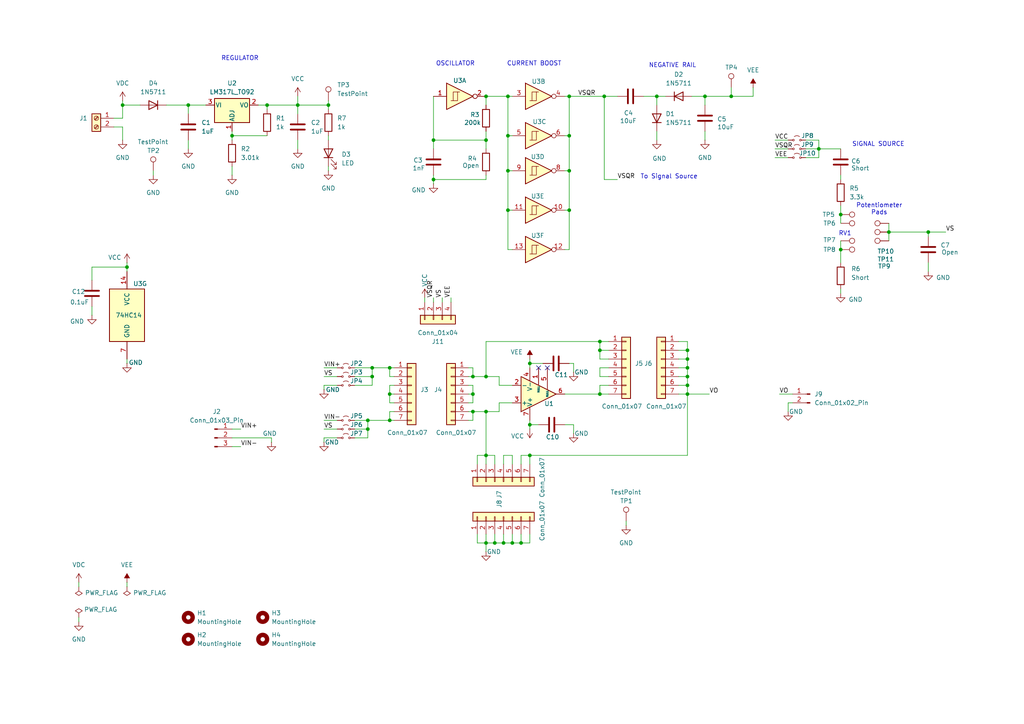
<source format=kicad_sch>
(kicad_sch (version 20250114) (generator "eeschema") (generator_version "9.0")
  (paper "A4")
  (text "OSCILLATOR" (at 132.08 18.542 0) (effects (font (size 1.27 1.27))))
  (text "To Signal Source" (at 194.056 51.308 0) (effects (font (size 1.27 1.27))))
  (text "CURRENT BOOST" (at 154.94 18.542 0) (effects (font (size 1.27 1.27))))
  (text "NEGATIVE RAIL" (at 195.072 19.05 0) (effects (font (size 1.27 1.27))))
  (text "Potentiometer\nPads" (at 255.016 60.706 0) (effects (font (size 1.27 1.27))))
  (text "REGULATOR" (at 69.596 17.018 0) (effects (font (size 1.27 1.27))))
  (text "SIGNAL SOURCE" (at 254.762 41.91 0) (effects (font (size 1.27 1.27))))
  (text "RV1" (at 245.11 67.818 0) (effects (font (size 1.27 1.27))))
  (junction (at 143.51 157.48))
  (junction (at 153.67 105.41))
  (junction (at 140.97 132.08))
  (junction (at 175.26 27.94))
  (junction (at 147.32 39.37))
  (junction (at 199.39 101.6))
  (junction (at 140.97 40.64))
  (junction (at 147.32 27.94))
  (junction (at 125.73 40.64))
  (junction (at 125.73 52.07))
  (junction (at 165.1 27.94))
  (junction (at 199.39 111.76))
  (junction (at 77.47 30.48))
  (junction (at 86.36 30.48))
  (junction (at 107.95 109.22))
  (junction (at 165.1 39.37))
  (junction (at 165.1 60.96))
  (junction (at 113.03 114.3))
  (junction (at 199.39 106.68))
  (junction (at 257.81 67.31))
  (junction (at 95.25 30.48))
  (junction (at 140.97 27.94))
  (junction (at 140.97 109.22))
  (junction (at 107.95 106.68))
  (junction (at 173.99 101.6))
  (junction (at 212.09 27.94))
  (junction (at 173.99 114.3))
  (junction (at 67.31 39.37))
  (junction (at 140.97 119.38))
  (junction (at 137.16 114.3))
  (junction (at 190.5 27.94))
  (junction (at 137.16 119.38))
  (junction (at 147.32 60.96))
  (junction (at 243.84 62.23))
  (junction (at 165.1 49.53))
  (junction (at 54.61 30.48))
  (junction (at 153.67 123.19))
  (junction (at 113.03 106.68))
  (junction (at 36.83 77.47))
  (junction (at 106.68 121.92))
  (junction (at 199.39 114.3))
  (junction (at 140.97 157.48))
  (junction (at 199.39 109.22))
  (junction (at 147.32 49.53))
  (junction (at 173.99 99.06))
  (junction (at 237.49 43.18))
  (junction (at 146.05 157.48))
  (junction (at 151.13 157.48))
  (junction (at 243.84 72.39))
  (junction (at 269.24 67.31))
  (junction (at 153.67 132.08))
  (junction (at 137.16 109.22))
  (junction (at 106.68 124.46))
  (junction (at 35.56 30.48))
  (junction (at 148.59 157.48))
  (junction (at 204.47 27.94))
  (junction (at 113.03 121.92))
  (junction (at 199.39 104.14))
  (no_connect (at 158.75 106.68))
  (no_connect (at 156.21 106.68))
  (wire (pts (xy 67.31 129.54) (xy 69.85 129.54)))
  (wire (pts (xy 26.67 77.47) (xy 26.67 81.28)))
  (wire (pts (xy 113.03 106.68) (xy 114.3 106.68)))
  (wire (pts (xy 54.61 30.48) (xy 59.69 30.48)))
  (wire (pts (xy 173.99 111.76) (xy 173.99 114.3)))
  (wire (pts (xy 196.85 106.68) (xy 199.39 106.68)))
  (wire (pts (xy 113.03 114.3) (xy 113.03 116.84)))
  (wire (pts (xy 173.99 99.06) (xy 176.53 99.06)))
  (wire (pts (xy 176.53 109.22) (xy 173.99 109.22)))
  (wire (pts (xy 200.66 27.94) (xy 204.47 27.94)))
  (wire (pts (xy 54.61 30.48) (xy 54.61 33.02)))
  (wire (pts (xy 151.13 132.08) (xy 151.13 134.62)))
  (wire (pts (xy 138.43 134.62) (xy 138.43 132.08)))
  (wire (pts (xy 153.67 104.14) (xy 153.67 105.41)))
  (wire (pts (xy 199.39 106.68) (xy 199.39 109.22)))
  (wire (pts (xy 237.49 43.18) (xy 237.49 40.64)))
  (wire (pts (xy 146.05 132.08) (xy 148.59 132.08)))
  (wire (pts (xy 128.27 86.36) (xy 128.27 87.63)))
  (wire (pts (xy 147.32 39.37) (xy 148.59 39.37)))
  (wire (pts (xy 102.87 127) (xy 106.68 127)))
  (wire (pts (xy 151.13 157.48) (xy 153.67 157.48)))
  (wire (pts (xy 67.31 39.37) (xy 67.31 40.64)))
  (wire (pts (xy 140.97 132.08) (xy 140.97 134.62)))
  (wire (pts (xy 153.67 105.41) (xy 157.48 105.41)))
  (wire (pts (xy 163.83 27.94) (xy 165.1 27.94)))
  (wire (pts (xy 153.67 121.92) (xy 153.67 123.19)))
  (wire (pts (xy 114.3 111.76) (xy 113.03 111.76)))
  (wire (pts (xy 113.03 121.92) (xy 113.03 119.38)))
  (wire (pts (xy 257.81 67.31) (xy 257.81 69.85)))
  (wire (pts (xy 67.31 127) (xy 78.74 127)))
  (wire (pts (xy 196.85 101.6) (xy 199.39 101.6)))
  (wire (pts (xy 199.39 109.22) (xy 199.39 111.76)))
  (wire (pts (xy 199.39 111.76) (xy 199.39 114.3)))
  (wire (pts (xy 175.26 52.07) (xy 175.26 27.94)))
  (wire (pts (xy 35.56 30.48) (xy 35.56 34.29)))
  (wire (pts (xy 137.16 119.38) (xy 140.97 119.38)))
  (wire (pts (xy 199.39 114.3) (xy 199.39 132.08)))
  (wire (pts (xy 93.98 121.92) (xy 97.79 121.92)))
  (wire (pts (xy 140.97 119.38) (xy 140.97 132.08)))
  (wire (pts (xy 165.1 39.37) (xy 165.1 49.53)))
  (wire (pts (xy 135.89 119.38) (xy 137.16 119.38)))
  (wire (pts (xy 93.98 127) (xy 93.98 128.27)))
  (wire (pts (xy 74.93 30.48) (xy 77.47 30.48)))
  (wire (pts (xy 204.47 27.94) (xy 212.09 27.94)))
  (wire (pts (xy 204.47 38.1) (xy 204.47 40.64)))
  (wire (pts (xy 36.83 104.14) (xy 36.83 105.41)))
  (wire (pts (xy 106.68 124.46) (xy 106.68 121.92)))
  (wire (pts (xy 173.99 104.14) (xy 176.53 104.14)))
  (wire (pts (xy 269.24 76.2) (xy 269.24 78.74)))
  (wire (pts (xy 67.31 124.46) (xy 69.85 124.46)))
  (wire (pts (xy 237.49 43.18) (xy 243.84 43.18)))
  (wire (pts (xy 233.68 45.72) (xy 237.49 45.72)))
  (wire (pts (xy 243.84 72.39) (xy 243.84 76.2)))
  (wire (pts (xy 140.97 132.08) (xy 143.51 132.08)))
  (wire (pts (xy 146.05 154.94) (xy 146.05 157.48)))
  (wire (pts (xy 125.73 40.64) (xy 125.73 27.94)))
  (wire (pts (xy 199.39 104.14) (xy 199.39 106.68)))
  (wire (pts (xy 163.83 49.53) (xy 165.1 49.53)))
  (wire (pts (xy 196.85 111.76) (xy 199.39 111.76)))
  (wire (pts (xy 44.45 49.53) (xy 44.45 50.8)))
  (wire (pts (xy 163.83 60.96) (xy 165.1 60.96)))
  (wire (pts (xy 35.56 30.48) (xy 40.64 30.48)))
  (wire (pts (xy 93.98 127) (xy 97.79 127)))
  (wire (pts (xy 243.84 83.82) (xy 243.84 85.09)))
  (wire (pts (xy 140.97 40.64) (xy 140.97 43.18)))
  (wire (pts (xy 229.87 116.84) (xy 228.6 116.84)))
  (wire (pts (xy 144.78 119.38) (xy 144.78 116.84)))
  (wire (pts (xy 107.95 109.22) (xy 107.95 111.76)))
  (wire (pts (xy 166.37 123.19) (xy 166.37 125.73)))
  (wire (pts (xy 146.05 134.62) (xy 146.05 132.08)))
  (wire (pts (xy 166.37 105.41) (xy 166.37 107.95)))
  (wire (pts (xy 147.32 72.39) (xy 148.59 72.39)))
  (wire (pts (xy 144.78 116.84) (xy 148.59 116.84)))
  (wire (pts (xy 86.36 30.48) (xy 86.36 27.94)))
  (wire (pts (xy 102.87 109.22) (xy 107.95 109.22)))
  (wire (pts (xy 86.36 30.48) (xy 86.36 33.02)))
  (wire (pts (xy 130.81 86.36) (xy 130.81 87.63)))
  (wire (pts (xy 35.56 29.21) (xy 35.56 30.48)))
  (wire (pts (xy 147.32 49.53) (xy 147.32 60.96)))
  (wire (pts (xy 26.67 77.47) (xy 36.83 77.47)))
  (wire (pts (xy 165.1 27.94) (xy 165.1 39.37)))
  (wire (pts (xy 243.84 50.8) (xy 243.84 52.07)))
  (wire (pts (xy 113.03 111.76) (xy 113.03 114.3)))
  (wire (pts (xy 125.73 40.64) (xy 125.73 43.18)))
  (wire (pts (xy 123.19 86.36) (xy 123.19 87.63)))
  (wire (pts (xy 54.61 40.64) (xy 54.61 43.18)))
  (wire (pts (xy 199.39 99.06) (xy 199.39 101.6)))
  (wire (pts (xy 153.67 105.41) (xy 153.67 106.68)))
  (wire (pts (xy 190.5 27.94) (xy 193.04 27.94)))
  (wire (pts (xy 147.32 60.96) (xy 147.32 72.39)))
  (wire (pts (xy 179.07 52.07) (xy 175.26 52.07)))
  (wire (pts (xy 173.99 106.68) (xy 173.99 109.22)))
  (wire (pts (xy 138.43 154.94) (xy 138.43 157.48)))
  (wire (pts (xy 107.95 106.68) (xy 113.03 106.68)))
  (wire (pts (xy 102.87 111.76) (xy 107.95 111.76)))
  (wire (pts (xy 148.59 132.08) (xy 148.59 134.62)))
  (wire (pts (xy 26.67 88.9) (xy 26.67 91.44)))
  (wire (pts (xy 243.84 59.69) (xy 243.84 62.23)))
  (wire (pts (xy 86.36 30.48) (xy 77.47 30.48)))
  (wire (pts (xy 147.32 27.94) (xy 148.59 27.94)))
  (wire (pts (xy 186.69 27.94) (xy 190.5 27.94)))
  (wire (pts (xy 218.44 25.4) (xy 218.44 27.94)))
  (wire (pts (xy 137.16 111.76) (xy 137.16 114.3)))
  (wire (pts (xy 36.83 76.2) (xy 36.83 77.47)))
  (wire (pts (xy 95.25 30.48) (xy 95.25 31.75)))
  (wire (pts (xy 93.98 111.76) (xy 93.98 113.03)))
  (wire (pts (xy 165.1 105.41) (xy 166.37 105.41)))
  (wire (pts (xy 140.97 109.22) (xy 144.78 109.22)))
  (wire (pts (xy 135.89 111.76) (xy 137.16 111.76)))
  (wire (pts (xy 125.73 40.64) (xy 140.97 40.64)))
  (wire (pts (xy 190.5 38.1) (xy 190.5 40.64)))
  (wire (pts (xy 163.83 72.39) (xy 165.1 72.39)))
  (wire (pts (xy 113.03 106.68) (xy 113.03 109.22)))
  (wire (pts (xy 106.68 121.92) (xy 113.03 121.92)))
  (wire (pts (xy 196.85 99.06) (xy 199.39 99.06)))
  (wire (pts (xy 153.67 123.19) (xy 156.21 123.19)))
  (wire (pts (xy 135.89 106.68) (xy 137.16 106.68)))
  (wire (pts (xy 226.06 114.3) (xy 229.87 114.3)))
  (wire (pts (xy 48.26 30.48) (xy 54.61 30.48)))
  (wire (pts (xy 204.47 27.94) (xy 204.47 30.48)))
  (wire (pts (xy 36.83 168.91) (xy 36.83 170.18)))
  (wire (pts (xy 224.79 40.64) (xy 228.6 40.64)))
  (wire (pts (xy 93.98 111.76) (xy 97.79 111.76)))
  (wire (pts (xy 148.59 154.94) (xy 148.59 157.48)))
  (wire (pts (xy 173.99 114.3) (xy 176.53 114.3)))
  (wire (pts (xy 148.59 157.48) (xy 151.13 157.48)))
  (wire (pts (xy 135.89 109.22) (xy 137.16 109.22)))
  (wire (pts (xy 33.02 36.83) (xy 35.56 36.83)))
  (wire (pts (xy 135.89 121.92) (xy 137.16 121.92)))
  (wire (pts (xy 143.51 154.94) (xy 143.51 157.48)))
  (wire (pts (xy 176.53 101.6) (xy 173.99 101.6)))
  (wire (pts (xy 165.1 27.94) (xy 175.26 27.94)))
  (wire (pts (xy 86.36 30.48) (xy 95.25 30.48)))
  (wire (pts (xy 102.87 121.92) (xy 106.68 121.92)))
  (wire (pts (xy 113.03 119.38) (xy 114.3 119.38)))
  (wire (pts (xy 140.97 119.38) (xy 144.78 119.38)))
  (wire (pts (xy 35.56 36.83) (xy 35.56 40.64)))
  (wire (pts (xy 93.98 124.46) (xy 97.79 124.46)))
  (wire (pts (xy 269.24 67.31) (xy 274.32 67.31)))
  (wire (pts (xy 106.68 127) (xy 106.68 124.46)))
  (wire (pts (xy 237.49 45.72) (xy 237.49 43.18)))
  (wire (pts (xy 95.25 39.37) (xy 95.25 40.64)))
  (wire (pts (xy 135.89 114.3) (xy 137.16 114.3)))
  (wire (pts (xy 102.87 124.46) (xy 106.68 124.46)))
  (wire (pts (xy 137.16 109.22) (xy 140.97 109.22)))
  (wire (pts (xy 163.83 123.19) (xy 166.37 123.19)))
  (wire (pts (xy 165.1 49.53) (xy 165.1 60.96)))
  (wire (pts (xy 173.99 99.06) (xy 140.97 99.06)))
  (wire (pts (xy 153.67 123.19) (xy 153.67 124.46)))
  (wire (pts (xy 140.97 99.06) (xy 140.97 109.22)))
  (wire (pts (xy 190.5 30.48) (xy 190.5 27.94)))
  (wire (pts (xy 176.53 106.68) (xy 173.99 106.68)))
  (wire (pts (xy 36.83 77.47) (xy 36.83 78.74)))
  (wire (pts (xy 144.78 111.76) (xy 148.59 111.76)))
  (wire (pts (xy 140.97 157.48) (xy 140.97 160.02)))
  (wire (pts (xy 125.73 52.07) (xy 140.97 52.07)))
  (wire (pts (xy 212.09 27.94) (xy 218.44 27.94)))
  (wire (pts (xy 151.13 154.94) (xy 151.13 157.48)))
  (wire (pts (xy 67.31 48.26) (xy 67.31 50.8)))
  (wire (pts (xy 153.67 132.08) (xy 153.67 134.62)))
  (wire (pts (xy 196.85 104.14) (xy 199.39 104.14)))
  (wire (pts (xy 233.68 43.18) (xy 237.49 43.18)))
  (wire (pts (xy 173.99 111.76) (xy 176.53 111.76)))
  (wire (pts (xy 140.97 154.94) (xy 140.97 157.48)))
  (wire (pts (xy 93.98 106.68) (xy 97.79 106.68)))
  (wire (pts (xy 233.68 40.64) (xy 237.49 40.64)))
  (wire (pts (xy 269.24 67.31) (xy 269.24 68.58)))
  (wire (pts (xy 196.85 109.22) (xy 199.39 109.22)))
  (wire (pts (xy 107.95 106.68) (xy 107.95 109.22)))
  (wire (pts (xy 147.32 27.94) (xy 147.32 39.37)))
  (wire (pts (xy 199.39 132.08) (xy 153.67 132.08)))
  (wire (pts (xy 175.26 27.94) (xy 179.07 27.94)))
  (wire (pts (xy 147.32 60.96) (xy 148.59 60.96)))
  (wire (pts (xy 67.31 38.1) (xy 67.31 39.37)))
  (wire (pts (xy 22.86 168.91) (xy 22.86 170.18)))
  (wire (pts (xy 102.87 106.68) (xy 107.95 106.68)))
  (wire (pts (xy 140.97 27.94) (xy 140.97 30.48)))
  (wire (pts (xy 86.36 40.64) (xy 86.36 43.18)))
  (wire (pts (xy 113.03 116.84) (xy 114.3 116.84)))
  (wire (pts (xy 137.16 114.3) (xy 137.16 116.84)))
  (wire (pts (xy 224.79 43.18) (xy 228.6 43.18)))
  (wire (pts (xy 212.09 25.4) (xy 212.09 27.94)))
  (wire (pts (xy 163.83 114.3) (xy 173.99 114.3)))
  (wire (pts (xy 93.98 109.22) (xy 97.79 109.22)))
  (wire (pts (xy 140.97 157.48) (xy 143.51 157.48)))
  (wire (pts (xy 77.47 30.48) (xy 77.47 31.75)))
  (wire (pts (xy 113.03 114.3) (xy 114.3 114.3)))
  (wire (pts (xy 146.05 157.48) (xy 148.59 157.48)))
  (wire (pts (xy 173.99 101.6) (xy 173.99 99.06)))
  (wire (pts (xy 113.03 109.22) (xy 114.3 109.22)))
  (wire (pts (xy 243.84 62.23) (xy 243.84 64.77)))
  (wire (pts (xy 257.81 67.31) (xy 269.24 67.31)))
  (wire (pts (xy 199.39 101.6) (xy 199.39 104.14)))
  (wire (pts (xy 140.97 38.1) (xy 140.97 40.64)))
  (wire (pts (xy 77.47 39.37) (xy 67.31 39.37)))
  (wire (pts (xy 163.83 39.37) (xy 165.1 39.37)))
  (wire (pts (xy 138.43 157.48) (xy 140.97 157.48)))
  (wire (pts (xy 143.51 132.08) (xy 143.51 134.62)))
  (wire (pts (xy 125.73 52.07) (xy 125.73 53.34)))
  (wire (pts (xy 228.6 116.84) (xy 228.6 119.38)))
  (wire (pts (xy 257.81 64.77) (xy 257.81 67.31)))
  (wire (pts (xy 95.25 48.26) (xy 95.25 49.53)))
  (wire (pts (xy 147.32 39.37) (xy 147.32 49.53)))
  (wire (pts (xy 153.67 154.94) (xy 153.67 157.48)))
  (wire (pts (xy 199.39 114.3) (xy 205.74 114.3)))
  (wire (pts (xy 144.78 109.22) (xy 144.78 111.76)))
  (wire (pts (xy 243.84 69.85) (xy 243.84 72.39)))
  (wire (pts (xy 113.03 121.92) (xy 114.3 121.92)))
  (wire (pts (xy 138.43 132.08) (xy 140.97 132.08)))
  (wire (pts (xy 140.97 52.07) (xy 140.97 50.8)))
  (wire (pts (xy 153.67 132.08) (xy 151.13 132.08)))
  (wire (pts (xy 125.73 86.36) (xy 125.73 87.63)))
  (wire (pts (xy 125.73 50.8) (xy 125.73 52.07)))
  (wire (pts (xy 181.61 151.13) (xy 181.61 152.4)))
  (wire (pts (xy 95.25 29.21) (xy 95.25 30.48)))
  (wire (pts (xy 143.51 157.48) (xy 146.05 157.48)))
  (wire (pts (xy 137.16 119.38) (xy 137.16 121.92)))
  (wire (pts (xy 33.02 34.29) (xy 35.56 34.29)))
  (wire (pts (xy 22.86 179.07) (xy 22.86 180.34)))
  (wire (pts (xy 137.16 106.68) (xy 137.16 109.22)))
  (wire (pts (xy 165.1 60.96) (xy 165.1 72.39)))
  (wire (pts (xy 224.79 45.72) (xy 228.6 45.72)))
  (wire (pts (xy 196.85 114.3) (xy 199.39 114.3)))
  (wire (pts (xy 140.97 27.94) (xy 147.32 27.94)))
  (wire (pts (xy 147.32 49.53) (xy 148.59 49.53)))
  (wire (pts (xy 173.99 101.6) (xy 173.99 104.14)))
  (wire (pts (xy 78.74 127) (xy 78.74 128.27)))
  (wire (pts (xy 135.89 116.84) (xy 137.16 116.84)))
  (label "VS" (at 128.27 86.36 90))
  (label "VS" (at 274.32 67.31 0))
  (label "VSQR" (at 224.79 43.18 0))
  (label "VO" (at 205.74 114.3 0))
  (label "VIN+" (at 69.85 124.46 0))
  (label "VIN-" (at 69.85 129.54 0))
  (label "VSQR" (at 167.64 27.94 0))
  (label "VIN-" (at 93.98 121.92 0))
  (label "VCC" (at 224.79 40.64 0))
  (label "VSQR" (at 125.73 86.36 90))
  (label "VS" (at 93.98 124.46 0))
  (label "VIN+" (at 93.98 106.68 0))
  (label "VO" (at 226.06 114.3 0))
  (label "VEE" (at 130.81 86.36 90))
  (label "VSQR" (at 179.07 52.07 0))
  (label "VS" (at 93.98 109.22 0))
  (label "VEE" (at 224.79 45.72 0))
  (symbol (lib_id "Connector_Generic:Conn_01x07") (at 191.77 106.68 0) (mirror y) (unit 1)
    (property "Reference" "J6" (at 189.23 105.4099 0) (effects (justify left)))
    (property "Value" "Conn_01x07" (at 199.136 117.856 0) (effects (justify left)))
    (property "Footprint" "Connector_PinSocket_2.54mm:PinSocket_1x07_P2.54mm_Vertical" (effects (hide yes)))
    (property "Description" "Generic connector, single row, 01x07, script generated (kicad-library-utils/schlib/autogen/connector/)" (effects (hide yes)))
  )
  (symbol (lib_id "Device:C") (at 161.29 105.41 90) (unit 1)
    (property "Reference" "C11" (at 162.814 108.712 90))
    (property "Value" "0.1uF" (effects (hide yes)))
    (property "Footprint" "A_Custom_Library:C_Disc_D3.0mm_W1.6mm_P2.50mm_wider_center_dia" (effects (hide yes)))
    (property "Description" "Unpolarized capacitor" (effects (hide yes)))
  )
  (symbol (lib_id "Connector:TestPoint") (at 257.81 67.31 90) (unit 1)
    (property "Reference" "TP9" (at 258.318 77.216 90) (effects (justify left)))
    (property "Value" "TestPoint" (effects (hide yes)))
    (property "Footprint" "A_Custom_Library:TestPoint_THTPad_D2.0mm_Drill1.0mm_bigger" (effects (hide yes)))
    (property "Description" "test point" (effects (hide yes)))
  )
  (symbol (lib_id "74xx:74HC14") (at 156.21 27.94 0) (unit 2)
    (property "Reference" "U3" (at 156.21 23.622 0))
    (property "Value" "74HC14" (effects (hide yes)))
    (property "Footprint" "Package_DIP:DIP-14_W7.62mm" (effects (hide yes)))
    (property "Datasheet" "http://www.ti.com/lit/gpn/sn74HC14" (effects (hide yes)))
    (property "Description" "Hex inverter schmitt trigger" (effects (hide yes)))
  )
  (symbol (lib_id "Jumper:Jumper_2_Small_Open") (at 231.14 40.64 0) (unit 1) (exclude_from_sim yes)
    (property "Reference" "JP8" (at 234.188 39.37 0))
    (property "Value" "Jumper_2_Small_Open" (effects (hide yes)))
    (property "Footprint" "Connector_PinHeader_2.54mm:PinHeader_1x02_P2.54mm_Vertical" (effects (hide yes)))
    (property "Description" "Jumper, 2-pole, small symbol, open" (effects (hide yes)))
  )
  (symbol (lib_id "power:GND") (at 140.97 160.02 0) (unit 1)
    (property "Reference" "#PWR020" (effects (hide yes)))
    (property "Value" "GND" (at 143.256 160.02 0))
    (property "Description" "Power symbol creates a global label with name \"GND\" , ground" (effects (hide yes)))
  )
  (symbol (lib_id "Jumper:Jumper_2_Small_Open") (at 100.33 124.46 0) (unit 1) (exclude_from_sim yes)
    (property "Reference" "JP6" (at 103.378 123.19 0))
    (property "Value" "Jumper_2_Small_Open" (effects (hide yes)))
    (property "Footprint" "Connector_PinHeader_2.54mm:PinHeader_1x02_P2.54mm_Vertical" (effects (hide yes)))
    (property "Description" "Jumper, 2-pole, small symbol, open" (effects (hide yes)))
  )
  (symbol (lib_id "Device:C") (at 182.88 27.94 90) (unit 1)
    (property "Reference" "C4" (at 183.642 32.766 90) (effects (justify left)))
    (property "Value" "10uF" (at 184.658 35.052 90) (effects (justify left)))
    (property "Footprint" "A_Custom_Library:C_Disc_D3.0mm_W1.6mm_P2.50mm_wider_center_dia" (effects (hide yes)))
    (property "Description" "Unpolarized capacitor" (effects (hide yes)))
  )
  (symbol (lib_id "Mechanical:MountingHole") (at 54.61 179.07 0) (unit 1) (exclude_from_sim yes) (in_bom no)
    (property "Reference" "H1" (at 57.15 177.7999 0) (effects (justify left)))
    (property "Value" "MountingHole" (at 57.15 180.3399 0) (effects (justify left)))
    (property "Footprint" "MountingHole:MountingHole_3.7mm" (effects (hide yes)))
    (property "Description" "Mounting Hole without connection" (effects (hide yes)))
  )
  (symbol (lib_id "Device:R") (at 77.47 35.56 0) (unit 1)
    (property "Reference" "R1" (at 80.01 34.2899 0) (effects (justify left)))
    (property "Value" "1k" (at 80.01 36.8299 0) (effects (justify left)))
    (property "Footprint" "A_Custom_Library:R_Axial_DIN0204_L3.6mm_D1.6mm_P7.62mm_Horizontal-bigger_hole" (effects (hide yes)))
    (property "Description" "Resistor" (effects (hide yes)))
  )
  (symbol (lib_id "power:GND") (at 26.67 91.44 0) (unit 1)
    (property "Reference" "#PWR025" (effects (hide yes)))
    (property "Value" "GND" (at 22.352 93.218 0))
    (property "Description" "Power symbol creates a global label with name \"GND\" , ground" (effects (hide yes)))
  )
  (symbol (lib_id "Connector:TestPoint") (at 181.61 151.13 0) (unit 1)
    (property "Reference" "TP1" (at 179.832 145.288 0) (effects (justify left)))
    (property "Value" "TestPoint" (at 177.038 142.748 0) (effects (justify left)))
    (property "Footprint" "TestPoint:TestPoint_Keystone_5005-5009_Compact" (effects (hide yes)))
    (property "Description" "test point" (effects (hide yes)))
  )
  (symbol (lib_id "Connector:TestPoint") (at 257.81 69.85 90) (unit 1)
    (property "Reference" "TP11" (at 259.334 75.184 90) (effects (justify left)))
    (property "Value" "TestPoint" (effects (hide yes)))
    (property "Footprint" "A_Custom_Library:TestPoint_THTPad_D2.0mm_Drill1.0mm_bigger" (effects (hide yes)))
    (property "Description" "test point" (effects (hide yes)))
  )
  (symbol (lib_id "Connector:TestPoint") (at 95.25 29.21 0) (unit 1)
    (property "Reference" "TP3" (at 97.79 24.6379 0) (effects (justify left)))
    (property "Value" "TestPoint" (at 97.79 27.1779 0) (effects (justify left)))
    (property "Footprint" "A_Custom_Library:TestPoint_THTPad_D2.0mm_Drill1.0mm_bigger" (effects (hide yes)))
    (property "Description" "test point" (effects (hide yes)))
  )
  (symbol (lib_id "power:GND") (at 36.83 105.41 0) (unit 1)
    (property "Reference" "#PWR024" (effects (hide yes)))
    (property "Value" "GND" (at 39.37 105.156 0))
    (property "Description" "Power symbol creates a global label with name \"GND\" , ground" (effects (hide yes)))
  )
  (symbol (lib_id "Jumper:Jumper_2_Small_Open") (at 231.14 43.18 0) (unit 1) (exclude_from_sim yes)
    (property "Reference" "JP9" (at 234.188 41.91 0))
    (property "Value" "Jumper_2_Small_Open" (effects (hide yes)))
    (property "Footprint" "Connector_PinHeader_2.54mm:PinHeader_1x02_P2.54mm_Vertical" (effects (hide yes)))
    (property "Description" "Jumper, 2-pole, small symbol, open" (effects (hide yes)))
  )
  (symbol (lib_id "power:VEE") (at 36.83 168.91 0) (unit 1)
    (property "Reference" "#PWR017" (effects (hide yes)))
    (property "Value" "VEE" (at 36.83 163.83 0))
    (property "Description" "Power symbol creates a global label with name \"VEE\"" (effects (hide yes)))
  )
  (symbol (lib_id "Connector:TestPoint") (at 243.84 69.85 270) (unit 1)
    (property "Reference" "TP7" (at 238.76 69.596 90) (effects (justify left)))
    (property "Value" "TestPoint" (effects (hide yes)))
    (property "Footprint" "A_Custom_Library:TestPoint_THTPad_D2.0mm_Drill1.0mm_bigger" (effects (hide yes)))
    (property "Description" "test point" (effects (hide yes)))
  )
  (symbol (lib_id "74xx:74HC14") (at 156.21 49.53 0) (unit 4)
    (property "Reference" "U3" (at 155.956 45.466 0))
    (property "Value" "74HC14" (effects (hide yes)))
    (property "Footprint" "Package_DIP:DIP-14_W7.62mm" (effects (hide yes)))
    (property "Datasheet" "http://www.ti.com/lit/gpn/sn74HC14" (effects (hide yes)))
    (property "Description" "Hex inverter schmitt trigger" (effects (hide yes)))
  )
  (symbol (lib_id "power:VDC") (at 35.56 29.21 0) (unit 1)
    (property "Reference" "#PWR03" (effects (hide yes)))
    (property "Value" "VDC" (at 35.56 24.13 0))
    (property "Description" "Power symbol creates a global label with name \"VDC\"" (effects (hide yes)))
  )
  (symbol (lib_id "Amplifier_Operational:LM741") (at 156.21 114.3 0) (mirror x) (unit 1)
    (property "Reference" "U1" (at 159.258 117.094 0))
    (property "Value" "LM741" (effects (hide yes)))
    (property "Footprint" "Package_DIP:DIP-8_W7.62mm" (effects (hide yes)))
    (property "Datasheet" "http://www.ti.com/lit/ds/symlink/lm741.pdf" (effects (hide yes)))
    (property "Description" "Operational Amplifier, DIP-8/TO-99-8" (effects (hide yes)))
  )
  (symbol (lib_id "power:GND") (at 228.6 119.38 0) (unit 1)
    (property "Reference" "#PWR021" (effects (hide yes)))
    (property "Value" "GND" (at 230.886 119.38 0))
    (property "Description" "Power symbol creates a global label with name \"GND\" , ground" (effects (hide yes)))
  )
  (symbol (lib_id "power:VCC") (at 36.83 76.2 0) (unit 1)
    (property "Reference" "#PWR012" (effects (hide yes)))
    (property "Value" "VCC" (at 33.274 74.676 0))
    (property "Description" "Power symbol creates a global label with name \"VCC\"" (effects (hide yes)))
  )
  (symbol (lib_id "power:PWR_FLAG") (at 36.83 170.18 180) (unit 1)
    (property "Reference" "#FLG03" (effects (hide yes)))
    (property "Value" "PWR_FLAG" (at 43.434 171.958 0))
    (property "Description" "Special symbol for telling ERC where power comes from" (effects (hide yes)))
  )
  (symbol (lib_id "Jumper:Jumper_2_Small_Open") (at 100.33 111.76 0) (unit 1) (exclude_from_sim yes)
    (property "Reference" "JP4" (at 103.378 110.49 0))
    (property "Value" "Jumper_2_Small_Open" (effects (hide yes)))
    (property "Footprint" "Connector_PinHeader_2.54mm:PinHeader_1x02_P2.54mm_Vertical" (effects (hide yes)))
    (property "Description" "Jumper, 2-pole, small symbol, open" (effects (hide yes)))
  )
  (symbol (lib_id "Jumper:Jumper_2_Small_Open") (at 231.14 45.72 0) (unit 1) (exclude_from_sim yes)
    (property "Reference" "JP10" (at 234.188 44.45 0))
    (property "Value" "Jumper_2_Small_Open" (effects (hide yes)))
    (property "Footprint" "Connector_PinHeader_2.54mm:PinHeader_1x02_P2.54mm_Vertical" (effects (hide yes)))
    (property "Description" "Jumper, 2-pole, small symbol, open" (effects (hide yes)))
  )
  (symbol (lib_id "Connector_Generic:Conn_01x07") (at 146.05 139.7 90) (mirror x) (unit 1)
    (property "Reference" "J7" (at 144.7799 142.24 0) (effects (justify left)))
    (property "Value" "Conn_01x07" (at 157.226 132.588 0) (effects (justify left)))
    (property "Footprint" "Connector_PinSocket_2.54mm:PinSocket_1x07_P2.54mm_Vertical" (effects (hide yes)))
    (property "Description" "Generic connector, single row, 01x07, script generated (kicad-library-utils/schlib/autogen/connector/)" (effects (hide yes)))
  )
  (symbol (lib_id "74xx:74HC14") (at 133.35 27.94 0) (unit 1)
    (property "Reference" "U3" (at 133.35 23.368 0))
    (property "Value" "74HC14" (effects (hide yes)))
    (property "Footprint" "Package_DIP:DIP-14_W7.62mm" (effects (hide yes)))
    (property "Datasheet" "http://www.ti.com/lit/gpn/sn74HC14" (effects (hide yes)))
    (property "Description" "Hex inverter schmitt trigger" (effects (hide yes)))
  )
  (symbol (lib_id "power:PWR_FLAG") (at 22.86 170.18 180) (unit 1)
    (property "Reference" "#FLG01" (effects (hide yes)))
    (property "Value" "PWR_FLAG" (at 29.464 171.958 0))
    (property "Description" "Special symbol for telling ERC where power comes from" (effects (hide yes)))
  )
  (symbol (lib_id "Regulator_Linear:LM317L_TO92") (at 67.31 30.48 0) (unit 1)
    (property "Reference" "U2" (at 67.31 24.13 0))
    (property "Value" "LM317L_TO92" (at 67.31 26.67 0))
    (property "Footprint" "Package_TO_SOT_THT:TO-92_Inline_Wide" (effects (hide yes)))
    (property "Datasheet" "http://www.ti.com/lit/ds/snvs775k/snvs775k.pdf" (effects (hide yes)))
    (property "Description" "100mA 35V Adjustable Linear Regulator, TO-92" (effects (hide yes)))
  )
  (symbol (lib_id "Jumper:Jumper_2_Small_Open") (at 100.33 106.68 0) (unit 1) (exclude_from_sim yes)
    (property "Reference" "JP2" (at 103.378 105.41 0))
    (property "Value" "Jumper_2_Small_Open" (effects (hide yes)))
    (property "Footprint" "Connector_PinHeader_2.54mm:PinHeader_1x02_P2.54mm_Vertical" (effects (hide yes)))
    (property "Description" "Jumper, 2-pole, small symbol, open" (effects (hide yes)))
  )
  (symbol (lib_id "power:GND") (at 54.61 43.18 0) (unit 1)
    (property "Reference" "#PWR07" (effects (hide yes)))
    (property "Value" "GND" (at 54.61 48.26 0))
    (property "Description" "Power symbol creates a global label with name \"GND\" , ground" (effects (hide yes)))
  )
  (symbol (lib_id "power:GND") (at 86.36 43.18 0) (unit 1)
    (property "Reference" "#PWR08" (effects (hide yes)))
    (property "Value" "GND" (at 86.36 48.26 0))
    (property "Description" "Power symbol creates a global label with name \"GND\" , ground" (effects (hide yes)))
  )
  (symbol (lib_id "power:GND") (at 93.98 128.27 0) (unit 1)
    (property "Reference" "#PWR019" (effects (hide yes)))
    (property "Value" "GND" (at 96.266 128.27 0))
    (property "Description" "Power symbol creates a global label with name \"GND\" , ground" (effects (hide yes)))
  )
  (symbol (lib_id "power:VCC") (at 153.67 124.46 180) (unit 1)
    (property "Reference" "#PWR023" (effects (hide yes)))
    (property "Value" "VCC" (at 150.114 126.492 0))
    (property "Description" "Power symbol creates a global label with name \"VCC\"" (effects (hide yes)))
  )
  (symbol (lib_id "Mechanical:MountingHole") (at 76.2 179.07 0) (unit 1) (exclude_from_sim yes) (in_bom no)
    (property "Reference" "H3" (at 78.74 177.7999 0) (effects (justify left)))
    (property "Value" "MountingHole" (at 78.74 180.3399 0) (effects (justify left)))
    (property "Footprint" "MountingHole:MountingHole_3.7mm" (effects (hide yes)))
    (property "Description" "Mounting Hole without connection" (effects (hide yes)))
  )
  (symbol (lib_id "Device:C") (at 125.73 46.99 0) (unit 1)
    (property "Reference" "C3" (at 119.888 46.482 0) (effects (justify left)))
    (property "Value" "1nF" (at 119.634 48.768 0) (effects (justify left)))
    (property "Footprint" "A_Custom_Library:C_Disc_D3.0mm_W1.6mm_P2.50mm_wider_center_dia" (effects (hide yes)))
    (property "Description" "Unpolarized capacitor" (effects (hide yes)))
  )
  (symbol (lib_id "Device:C") (at 86.36 36.83 0) (unit 1)
    (property "Reference" "C2" (at 90.17 35.5599 0) (effects (justify left)))
    (property "Value" "1uF" (at 90.17 38.0999 0) (effects (justify left)))
    (property "Footprint" "A_Custom_Library:C_Disc_D3.0mm_W1.6mm_P2.50mm_wider_center_dia" (effects (hide yes)))
    (property "Description" "Unpolarized capacitor" (effects (hide yes)))
  )
  (symbol (lib_id "Device:R") (at 67.31 44.45 0) (unit 1)
    (property "Reference" "R2" (at 69.85 43.1799 0) (effects (justify left)))
    (property "Value" "3.01k" (at 69.85 45.7199 0) (effects (justify left)))
    (property "Footprint" "A_Custom_Library:R_Axial_DIN0204_L3.6mm_D1.6mm_P7.62mm_Horizontal-bigger_hole" (effects (hide yes)))
    (property "Description" "Resistor" (effects (hide yes)))
  )
  (symbol (lib_id "Connector:TestPoint") (at 243.84 72.39 270) (unit 1)
    (property "Reference" "TP8" (at 238.76 72.39 90) (effects (justify left)))
    (property "Value" "TestPoint" (effects (hide yes)))
    (property "Footprint" "A_Custom_Library:TestPoint_THTPad_D2.0mm_Drill1.0mm_bigger" (effects (hide yes)))
    (property "Description" "test point" (effects (hide yes)))
  )
  (symbol (lib_id "Connector_Generic:Conn_01x07") (at 146.05 149.86 90) (unit 1)
    (property "Reference" "J8" (at 144.7799 147.32 0) (effects (justify left)))
    (property "Value" "Conn_01x07" (at 157.226 156.972 0) (effects (justify left)))
    (property "Footprint" "Connector_PinSocket_2.54mm:PinSocket_1x07_P2.54mm_Vertical" (effects (hide yes)))
    (property "Description" "Generic connector, single row, 01x07, script generated (kicad-library-utils/schlib/autogen/connector/)" (effects (hide yes)))
  )
  (symbol (lib_id "Device:R") (at 140.97 34.29 0) (unit 1)
    (property "Reference" "R3" (at 136.398 33.274 0) (effects (justify left)))
    (property "Value" "200k" (at 134.62 35.56 0) (effects (justify left)))
    (property "Footprint" "A_Custom_Library:R_Axial_DIN0204_L3.6mm_D1.6mm_P7.62mm_Horizontal-bigger_hole" (effects (hide yes)))
    (property "Description" "Resistor" (effects (hide yes)))
  )
  (symbol (lib_id "power:GND") (at 166.37 107.95 0) (unit 1)
    (property "Reference" "#PWR029" (effects (hide yes)))
    (property "Value" "GND" (at 168.656 107.95 0))
    (property "Description" "Power symbol creates a global label with name \"GND\" , ground" (effects (hide yes)))
  )
  (symbol (lib_id "Connector:TestPoint") (at 44.45 49.53 0) (unit 1)
    (property "Reference" "TP2" (at 42.672 43.688 0) (effects (justify left)))
    (property "Value" "TestPoint" (at 39.878 41.148 0) (effects (justify left)))
    (property "Footprint" "A_Custom_Library:TestPoint_THTPad_D2.0mm_Drill1.0mm_bigger" (effects (hide yes)))
    (property "Description" "test point" (effects (hide yes)))
  )
  (symbol (lib_id "power:GND") (at 95.25 49.53 0) (unit 1)
    (property "Reference" "#PWR030" (effects (hide yes)))
    (property "Value" "GND" (at 95.25 54.61 0))
    (property "Description" "Power symbol creates a global label with name \"GND\" , ground" (effects (hide yes)))
  )
  (symbol (lib_id "Device:R") (at 95.25 35.56 0) (unit 1)
    (property "Reference" "R7" (at 97.79 34.2899 0) (effects (justify left)))
    (property "Value" "1k" (at 97.79 36.8299 0) (effects (justify left)))
    (property "Footprint" "A_Custom_Library:R_Axial_DIN0204_L3.6mm_D1.6mm_P7.62mm_Horizontal-bigger_hole" (effects (hide yes)))
    (property "Description" "Resistor" (effects (hide yes)))
  )
  (symbol (lib_id "Jumper:Jumper_2_Small_Open") (at 100.33 121.92 0) (unit 1) (exclude_from_sim yes)
    (property "Reference" "JP5" (at 103.378 120.65 0))
    (property "Value" "Jumper_2_Small_Open" (effects (hide yes)))
    (property "Footprint" "Connector_PinHeader_2.54mm:PinHeader_1x02_P2.54mm_Vertical" (effects (hide yes)))
    (property "Description" "Jumper, 2-pole, small symbol, open" (effects (hide yes)))
  )
  (symbol (lib_id "Device:R") (at 243.84 80.01 0) (unit 1)
    (property "Reference" "R6" (at 246.888 77.978 0) (effects (justify left)))
    (property "Value" "Short" (at 246.888 80.518 0) (effects (justify left)))
    (property "Footprint" "A_Custom_Library:R_Axial_DIN0204_L3.6mm_D1.6mm_P7.62mm_Horizontal-bigger_hole" (effects (hide yes)))
    (property "Description" "Resistor" (effects (hide yes)))
  )
  (symbol (lib_id "Connector_Generic:Conn_01x07") (at 181.61 106.68 0) (unit 1)
    (property "Reference" "J5" (at 184.15 105.4099 0) (effects (justify left)))
    (property "Value" "Conn_01x07" (at 174.498 117.856 0) (effects (justify left)))
    (property "Footprint" "Connector_PinSocket_2.54mm:PinSocket_1x07_P2.54mm_Vertical" (effects (hide yes)))
    (property "Description" "Generic connector, single row, 01x07, script generated (kicad-library-utils/schlib/autogen/connector/)" (effects (hide yes)))
  )
  (symbol (lib_id "Device:C") (at 243.84 46.99 0) (unit 1)
    (property "Reference" "C6" (at 246.888 46.736 0) (effects (justify left)))
    (property "Value" "Short" (at 246.888 48.768 0) (effects (justify left)))
    (property "Footprint" "A_Custom_Library:C_Disc_D3.0mm_W1.6mm_P2.50mm_wider_center_dia" (effects (hide yes)))
    (property "Description" "Unpolarized capacitor" (effects (hide yes)))
  )
  (symbol (lib_id "Device:C") (at 54.61 36.83 0) (unit 1)
    (property "Reference" "C1" (at 58.42 35.5599 0) (effects (justify left)))
    (property "Value" "1uF" (at 58.42 38.0999 0) (effects (justify left)))
    (property "Footprint" "A_Custom_Library:C_Disc_D3.0mm_W1.6mm_P2.50mm_wider_center_dia" (effects (hide yes)))
    (property "Description" "Unpolarized capacitor" (effects (hide yes)))
  )
  (symbol (lib_id "Device:D") (at 44.45 30.48 180) (unit 1)
    (property "Reference" "D4" (at 44.45 24.13 0))
    (property "Value" "1N5711" (at 44.45 26.67 0))
    (property "Footprint" "A_Custom_Library:D_DO-34_SOD68_P7.62mm_Horizontal" (effects (hide yes)))
    (property "Description" "Diode" (effects (hide yes)))
    (property "Sim.Device" "D" (effects (hide yes)))
    (property "Sim.Pins" "1=K 2=A" (effects (hide yes)))
  )
  (symbol (lib_id "Jumper:Jumper_2_Small_Open") (at 100.33 127 0) (unit 1) (exclude_from_sim yes)
    (property "Reference" "JP7" (at 103.378 125.73 0))
    (property "Value" "Jumper_2_Small_Open" (effects (hide yes)))
    (property "Footprint" "Connector_PinHeader_2.54mm:PinHeader_1x02_P2.54mm_Vertical" (effects (hide yes)))
    (property "Description" "Jumper, 2-pole, small symbol, open" (effects (hide yes)))
  )
  (symbol (lib_id "power:GND") (at 22.86 180.34 0) (unit 1)
    (property "Reference" "#PWR06" (effects (hide yes)))
    (property "Value" "GND" (at 22.86 185.42 0))
    (property "Description" "Power symbol creates a global label with name \"GND\" , ground" (effects (hide yes)))
  )
  (symbol (lib_id "Connector:TestPoint") (at 212.09 25.4 0) (unit 1)
    (property "Reference" "TP4" (at 210.312 19.558 0) (effects (justify left)))
    (property "Value" "TestPoint" (effects (hide yes)))
    (property "Footprint" "A_Custom_Library:TestPoint_THTPad_D2.0mm_Drill1.0mm_bigger" (effects (hide yes)))
    (property "Description" "test point" (effects (hide yes)))
  )
  (symbol (lib_id "Device:R") (at 243.84 55.88 0) (unit 1)
    (property "Reference" "R5" (at 246.38 54.6099 0) (effects (justify left)))
    (property "Value" "3.3k" (at 246.38 57.1499 0) (effects (justify left)))
    (property "Footprint" "A_Custom_Library:R_Axial_DIN0204_L3.6mm_D1.6mm_P7.62mm_Horizontal-bigger_hole" (effects (hide yes)))
    (property "Description" "Resistor" (effects (hide yes)))
  )
  (symbol (lib_id "Device:C") (at 26.67 85.09 0) (unit 1)
    (property "Reference" "C12" (at 20.828 84.582 0) (effects (justify left)))
    (property "Value" "0.1uF" (at 20.32 87.63 0) (effects (justify left)))
    (property "Footprint" "A_Custom_Library:C_Disc_D3.0mm_W1.6mm_P2.50mm_wider_center_dia" (effects (hide yes)))
    (property "Description" "Unpolarized capacitor" (effects (hide yes)))
  )
  (symbol (lib_id "power:GND") (at 125.73 53.34 0) (unit 1)
    (property "Reference" "#PWR011" (effects (hide yes)))
    (property "Value" "GND" (at 121.412 55.118 0))
    (property "Description" "Power symbol creates a global label with name \"GND\" , ground" (effects (hide yes)))
  )
  (symbol (lib_id "Connector_Generic:Conn_01x07") (at 119.38 114.3 0) (unit 1)
    (property "Reference" "J3" (at 121.92 113.0299 0) (effects (justify left)))
    (property "Value" "Conn_01x07" (at 112.268 125.476 0) (effects (justify left)))
    (property "Footprint" "Connector_PinSocket_2.54mm:PinSocket_1x07_P2.54mm_Vertical" (effects (hide yes)))
    (property "Description" "Generic connector, single row, 01x07, script generated (kicad-library-utils/schlib/autogen/connector/)" (effects (hide yes)))
  )
  (symbol (lib_id "power:PWR_FLAG") (at 22.86 179.07 0) (unit 1)
    (property "Reference" "#FLG02" (effects (hide yes)))
    (property "Value" "PWR_FLAG" (at 29.21 176.784 0))
    (property "Description" "Special symbol for telling ERC where power comes from" (effects (hide yes)))
  )
  (symbol (lib_id "power:GND") (at 67.31 50.8 0) (unit 1)
    (property "Reference" "#PWR04" (effects (hide yes)))
    (property "Value" "GND" (at 67.31 55.88 0))
    (property "Description" "Power symbol creates a global label with name \"GND\" , ground" (effects (hide yes)))
  )
  (symbol (lib_id "power:GND") (at 166.37 125.73 0) (unit 1)
    (property "Reference" "#PWR028" (effects (hide yes)))
    (property "Value" "GND" (at 168.656 125.73 0))
    (property "Description" "Power symbol creates a global label with name \"GND\" , ground" (effects (hide yes)))
  )
  (symbol (lib_id "Device:LED") (at 95.25 44.45 90) (unit 1)
    (property "Reference" "D3" (at 99.06 44.7674 90) (effects (justify right)))
    (property "Value" "LED" (at 99.06 47.3074 90) (effects (justify right)))
    (property "Footprint" "LED_THT:LED_D3.0mm" (effects (hide yes)))
    (property "Description" "Light emitting diode" (effects (hide yes)))
  )
  (symbol (lib_id "power:VDC") (at 22.86 168.91 0) (unit 1)
    (property "Reference" "#PWR05" (effects (hide yes)))
    (property "Value" "VDC" (at 22.86 163.83 0))
    (property "Description" "Power symbol creates a global label with name \"VDC\"" (effects (hide yes)))
  )
  (symbol (lib_id "74xx:74HC14") (at 156.21 39.37 0) (unit 3)
    (property "Reference" "U3" (at 156.464 35.306 0))
    (property "Value" "74HC14" (effects (hide yes)))
    (property "Footprint" "Package_DIP:DIP-14_W7.62mm" (effects (hide yes)))
    (property "Datasheet" "http://www.ti.com/lit/gpn/sn74HC14" (effects (hide yes)))
    (property "Description" "Hex inverter schmitt trigger" (effects (hide yes)))
  )
  (symbol (lib_id "Connector:Screw_Terminal_01x02") (at 27.94 34.29 0) (mirror y) (unit 1)
    (property "Reference" "J1" (at 25.4 34.2899 0) (effects (justify left)))
    (property "Value" "Screw_Terminal_01x02" (effects (hide yes)))
    (property "Footprint" "TerminalBlock:TerminalBlock_bornier-2_P5.08mm" (effects (hide yes)))
    (property "Description" "Generic screw terminal, single row, 01x02, script generated (kicad-library-utils/schlib/autogen/connector/)" (effects (hide yes)))
  )
  (symbol (lib_id "Device:C") (at 204.47 34.29 0) (unit 1)
    (property "Reference" "C5" (at 208.026 34.544 0) (effects (justify left)))
    (property "Value" "10uF" (at 208.026 36.83 0) (effects (justify left)))
    (property "Footprint" "A_Custom_Library:C_Disc_D3.0mm_W1.6mm_P2.50mm_wider_center_dia" (effects (hide yes)))
    (property "Description" "Unpolarized capacitor" (effects (hide yes)))
  )
  (symbol (lib_id "74xx:74HC14") (at 156.21 60.96 0) (unit 5)
    (property "Reference" "U3" (at 155.956 56.896 0))
    (property "Value" "74HC14" (effects (hide yes)))
    (property "Footprint" "Package_DIP:DIP-14_W7.62mm" (effects (hide yes)))
    (property "Datasheet" "http://www.ti.com/lit/gpn/sn74HC14" (effects (hide yes)))
    (property "Description" "Hex inverter schmitt trigger" (effects (hide yes)))
  )
  (symbol (lib_id "Mechanical:MountingHole") (at 76.2 185.42 0) (unit 1) (exclude_from_sim yes) (in_bom no)
    (property "Reference" "H4" (at 78.74 184.1499 0) (effects (justify left)))
    (property "Value" "MountingHole" (at 78.74 186.6899 0) (effects (justify left)))
    (property "Footprint" "MountingHole:MountingHole_3.7mm" (effects (hide yes)))
    (property "Description" "Mounting Hole without connection" (effects (hide yes)))
  )
  (symbol (lib_id "power:VCC") (at 86.36 27.94 0) (unit 1)
    (property "Reference" "#PWR02" (effects (hide yes)))
    (property "Value" "VCC" (at 86.36 22.86 0))
    (property "Description" "Power symbol creates a global label with name \"VCC\"" (effects (hide yes)))
  )
  (symbol (lib_id "power:GND") (at 78.74 128.27 0) (unit 1)
    (property "Reference" "#PWR014" (effects (hide yes)))
    (property "Value" "GND" (at 78.232 125.73 0))
    (property "Description" "Power symbol creates a global label with name \"GND\" , ground" (effects (hide yes)))
  )
  (symbol (lib_id "power:GND") (at 243.84 85.09 0) (unit 1)
    (property "Reference" "#PWR010" (effects (hide yes)))
    (property "Value" "GND" (at 248.158 86.868 0))
    (property "Description" "Power symbol creates a global label with name \"GND\" , ground" (effects (hide yes)))
  )
  (symbol (lib_id "Connector:Conn_01x03_Pin") (at 62.23 127 0) (unit 1)
    (property "Reference" "J2" (at 62.865 119.38 0))
    (property "Value" "Conn_01x03_Pin" (at 62.865 121.92 0))
    (property "Footprint" "Connector_PinHeader_2.54mm:PinHeader_1x03_P2.54mm_Vertical" (effects (hide yes)))
    (property "Description" "Generic connector, single row, 01x03, script generated" (effects (hide yes)))
  )
  (symbol (lib_id "Jumper:Jumper_2_Small_Open") (at 100.33 109.22 0) (unit 1) (exclude_from_sim yes)
    (property "Reference" "JP3" (at 103.378 107.95 0))
    (property "Value" "Jumper_2_Small_Open" (effects (hide yes)))
    (property "Footprint" "Connector_PinHeader_2.54mm:PinHeader_1x02_P2.54mm_Vertical" (effects (hide yes)))
    (property "Description" "Jumper, 2-pole, small symbol, open" (effects (hide yes)))
  )
  (symbol (lib_id "Connector_Generic:Conn_01x07") (at 130.81 114.3 0) (mirror y) (unit 1)
    (property "Reference" "J4" (at 128.27 113.0299 0) (effects (justify left)))
    (property "Value" "Conn_01x07" (at 138.176 125.476 0) (effects (justify left)))
    (property "Footprint" "Connector_PinSocket_2.54mm:PinSocket_1x07_P2.54mm_Vertical" (effects (hide yes)))
    (property "Description" "Generic connector, single row, 01x07, script generated (kicad-library-utils/schlib/autogen/connector/)" (effects (hide yes)))
  )
  (symbol (lib_id "Device:R") (at 140.97 46.99 0) (unit 1)
    (property "Reference" "R4" (at 135.636 45.974 0) (effects (justify left)))
    (property "Value" "Open" (at 134.112 48.006 0) (effects (justify left)))
    (property "Footprint" "A_Custom_Library:R_Axial_DIN0204_L3.6mm_D1.6mm_P7.62mm_Horizontal-bigger_hole" (effects (hide yes)))
    (property "Description" "Resistor" (effects (hide yes)))
  )
  (symbol (lib_id "Connector:TestPoint") (at 243.84 62.23 270) (unit 1)
    (property "Reference" "TP5" (at 238.506 62.23 90) (effects (justify left)))
    (property "Value" "TestPoint" (effects (hide yes)))
    (property "Footprint" "A_Custom_Library:TestPoint_THTPad_D2.0mm_Drill1.0mm_bigger" (effects (hide yes)))
    (property "Description" "test point" (effects (hide yes)))
  )
  (symbol (lib_id "power:GND") (at 93.98 113.03 0) (unit 1)
    (property "Reference" "#PWR018" (effects (hide yes)))
    (property "Value" "GND" (at 96.52 113.03 0))
    (property "Description" "Power symbol creates a global label with name \"GND\" , ground" (effects (hide yes)))
  )
  (symbol (lib_id "Connector:Conn_01x02_Pin") (at 234.95 114.3 0) (mirror y) (unit 1)
    (property "Reference" "J9" (at 236.22 114.2999 0) (effects (justify right)))
    (property "Value" "Conn_01x02_Pin" (at 236.22 116.8399 0) (effects (justify right)))
    (property "Footprint" "Connector_PinHeader_2.54mm:PinHeader_1x02_P2.54mm_Vertical" (effects (hide yes)))
    (property "Description" "Generic connector, single row, 01x02, script generated" (effects (hide yes)))
  )
  (symbol (lib_id "74xx:74HC14") (at 156.21 72.39 0) (unit 6)
    (property "Reference" "U3" (at 155.956 68.326 0))
    (property "Value" "74HC14" (effects (hide yes)))
    (property "Footprint" "Package_DIP:DIP-14_W7.62mm" (effects (hide yes)))
    (property "Datasheet" "http://www.ti.com/lit/gpn/sn74HC14" (effects (hide yes)))
    (property "Description" "Hex inverter schmitt trigger" (effects (hide yes)))
  )
  (symbol (lib_id "power:GND") (at 269.24 78.74 0) (unit 1)
    (property "Reference" "#PWR026" (effects (hide yes)))
    (property "Value" "GND" (at 273.558 80.518 0))
    (property "Description" "Power symbol creates a global label with name \"GND\" , ground" (effects (hide yes)))
  )
  (symbol (lib_id "Connector:TestPoint") (at 257.81 64.77 90) (unit 1)
    (property "Reference" "TP10" (at 259.334 72.898 90) (effects (justify left)))
    (property "Value" "TestPoint" (effects (hide yes)))
    (property "Footprint" "A_Custom_Library:TestPoint_THTPad_D2.0mm_Drill1.0mm_bigger" (effects (hide yes)))
    (property "Description" "test point" (effects (hide yes)))
  )
  (symbol (lib_id "power:GND") (at 35.56 40.64 0) (unit 1)
    (property "Reference" "#PWR01" (effects (hide yes)))
    (property "Value" "GND" (at 35.56 45.72 0))
    (property "Description" "Power symbol creates a global label with name \"GND\" , ground" (effects (hide yes)))
  )
  (symbol (lib_id "power:GND") (at 181.61 152.4 0) (unit 1)
    (property "Reference" "#PWR027" (effects (hide yes)))
    (property "Value" "GND" (at 181.61 157.48 0))
    (property "Description" "Power symbol creates a global label with name \"GND\" , ground" (effects (hide yes)))
  )
  (symbol (lib_id "power:GND") (at 190.5 40.64 0) (unit 1)
    (property "Reference" "#PWR013" (effects (hide yes)))
    (property "Value" "GND" (at 191.262 45.974 0))
    (property "Description" "Power symbol creates a global label with name \"GND\" , ground" (effects (hide yes)))
  )
  (symbol (lib_id "Connector:TestPoint") (at 243.84 64.77 270) (unit 1)
    (property "Reference" "TP6" (at 238.76 64.77 90) (effects (justify left)))
    (property "Value" "TestPoint" (effects (hide yes)))
    (property "Footprint" "A_Custom_Library:TestPoint_THTPad_D2.0mm_Drill1.0mm_bigger" (effects (hide yes)))
    (property "Description" "test point" (effects (hide yes)))
  )
  (symbol (lib_id "Mechanical:MountingHole") (at 54.61 185.42 0) (unit 1) (exclude_from_sim yes) (in_bom no)
    (property "Reference" "H2" (at 57.15 184.1499 0) (effects (justify left)))
    (property "Value" "MountingHole" (at 57.15 186.6899 0) (effects (justify left)))
    (property "Footprint" "MountingHole:MountingHole_3.7mm" (effects (hide yes)))
    (property "Description" "Mounting Hole without connection" (effects (hide yes)))
  )
  (symbol (lib_id "Device:D") (at 196.85 27.94 0) (unit 1)
    (property "Reference" "D2" (at 196.85 21.59 0))
    (property "Value" "1N5711" (at 196.85 24.13 0))
    (property "Footprint" "A_Custom_Library:D_DO-34_SOD68_P7.62mm_Horizontal" (effects (hide yes)))
    (property "Description" "Diode" (effects (hide yes)))
    (property "Sim.Device" "D" (effects (hide yes)))
    (property "Sim.Pins" "1=K 2=A" (effects (hide yes)))
  )
  (symbol (lib_id "Device:C") (at 160.02 123.19 90) (unit 1)
    (property "Reference" "C10" (at 160.274 126.746 90))
    (property "Value" "0.1uF" (effects (hide yes)))
    (property "Footprint" "A_Custom_Library:C_Disc_D3.0mm_W1.6mm_P2.50mm_wider_center_dia" (effects (hide yes)))
    (property "Description" "Unpolarized capacitor" (effects (hide yes)))
  )
  (symbol (lib_id "Device:D") (at 190.5 34.29 90) (unit 1)
    (property "Reference" "D1" (at 193.04 33.0199 90) (effects (justify right)))
    (property "Value" "1N5711" (at 193.04 35.5599 90) (effects (justify right)))
    (property "Footprint" "A_Custom_Library:D_DO-34_SOD68_P7.62mm_Horizontal" (effects (hide yes)))
    (property "Description" "Diode" (effects (hide yes)))
    (property "Sim.Device" "D" (effects (hide yes)))
    (property "Sim.Pins" "1=K 2=A" (effects (hide yes)))
  )
  (symbol (lib_id "power:VCC") (at 123.19 86.36 0) (unit 1)
    (property "Reference" "#PWR032" (effects (hide yes)))
    (property "Value" "VCC" (at 123.19 81.28 90))
    (property "Description" "Power symbol creates a global label with name \"VCC\"" (effects (hide yes)))
  )
  (symbol (lib_id "power:GND") (at 204.47 40.64 0) (unit 1)
    (property "Reference" "#PWR015" (effects (hide yes)))
    (property "Value" "GND" (at 204.47 45.72 0))
    (property "Description" "Power symbol creates a global label with name \"GND\" , ground" (effects (hide yes)))
  )
  (symbol (lib_id "74xx:74HC14") (at 36.83 91.44 0) (unit 7)
    (property "Reference" "U3" (at 40.64 82.296 0))
    (property "Value" "74HC14" (at 37.338 91.44 0))
    (property "Footprint" "Package_DIP:DIP-14_W7.62mm" (effects (hide yes)))
    (property "Datasheet" "http://www.ti.com/lit/gpn/sn74HC14" (effects (hide yes)))
    (property "Description" "Hex inverter schmitt trigger" (effects (hide yes)))
  )
  (symbol (lib_id "Connector_Generic:Conn_01x04") (at 125.73 92.71 90) (mirror x) (unit 1)
    (property "Reference" "J11" (at 127 99.06 90))
    (property "Value" "Conn_01x04" (at 127 96.52 90))
    (property "Footprint" "Connector_PinSocket_2.54mm:PinSocket_1x04_P2.54mm_Vertical" (effects (hide yes)))
    (property "Description" "Generic connector, single row, 01x04, script generated (kicad-library-utils/schlib/autogen/connector/)" (effects (hide yes)))
  )
  (symbol (lib_id "power:VEE") (at 153.67 104.14 0) (unit 1)
    (property "Reference" "#PWR022" (effects (hide yes)))
    (property "Value" "VEE" (at 149.86 102.108 0))
    (property "Description" "Power symbol creates a global label with name \"VEE\"" (effects (hide yes)))
  )
  (symbol (lib_id "power:VEE") (at 218.44 25.4 0) (unit 1)
    (property "Reference" "#PWR016" (effects (hide yes)))
    (property "Value" "VEE" (at 218.44 20.32 0))
    (property "Description" "Power symbol creates a global label with name \"VEE\"" (effects (hide yes)))
  )
  (symbol (lib_id "power:GND") (at 44.45 50.8 0) (unit 1)
    (property "Reference" "#PWR031" (effects (hide yes)))
    (property "Value" "GND" (at 44.45 55.88 0))
    (property "Description" "Power symbol creates a global label with name \"GND\" , ground" (effects (hide yes)))
  )
  (symbol (lib_id "Device:C") (at 269.24 72.39 0) (unit 1)
    (property "Reference" "C7" (at 272.796 71.12 0) (effects (justify left)))
    (property "Value" "Open" (at 273.05 73.152 0) (effects (justify left)))
    (property "Footprint" "A_Custom_Library:C_Disc_D3.0mm_W1.6mm_P2.50mm_wider_center_dia" (effects (hide yes)))
    (property "Description" "Unpolarized capacitor" (effects (hide yes)))
  )
)
</source>
